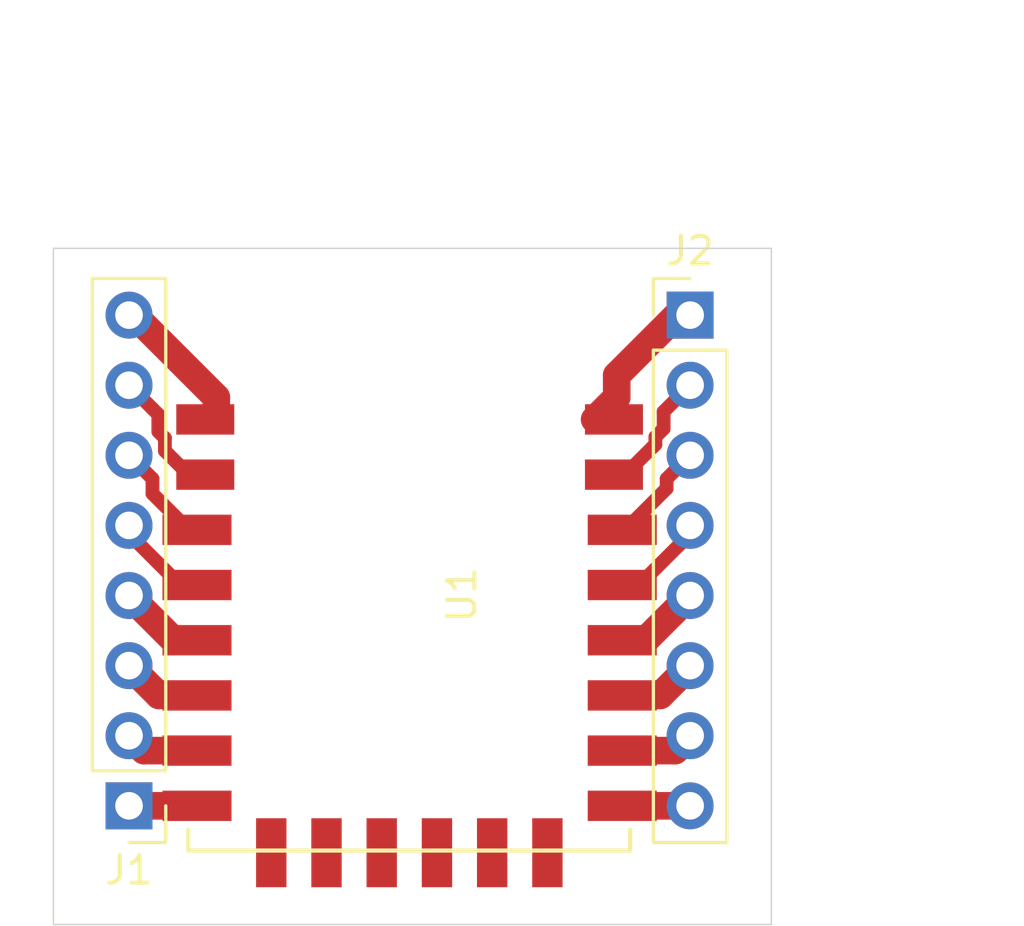
<source format=kicad_pcb>
(kicad_pcb (version 20171130) (host pcbnew "(5.1.2)-1")

  (general
    (thickness 1.6)
    (drawings 7)
    (tracks 50)
    (zones 0)
    (modules 3)
    (nets 23)
  )

  (page A4 portrait)
  (layers
    (0 F.Cu signal)
    (31 B.Cu signal)
    (32 B.Adhes user)
    (33 F.Adhes user)
    (34 B.Paste user)
    (35 F.Paste user)
    (36 B.SilkS user)
    (37 F.SilkS user hide)
    (38 B.Mask user)
    (39 F.Mask user)
    (40 Dwgs.User user)
    (41 Cmts.User user)
    (42 Eco1.User user)
    (43 Eco2.User user)
    (44 Edge.Cuts user)
    (45 Margin user)
    (46 B.CrtYd user)
    (47 F.CrtYd user)
    (48 B.Fab user)
    (49 F.Fab user)
  )

  (setup
    (last_trace_width 1)
    (user_trace_width 0.5)
    (user_trace_width 1)
    (user_trace_width 2)
    (trace_clearance 0.2)
    (zone_clearance 0.508)
    (zone_45_only no)
    (trace_min 0.2)
    (via_size 0.8)
    (via_drill 0.4)
    (via_min_size 0.4)
    (via_min_drill 0.3)
    (uvia_size 0.3)
    (uvia_drill 0.1)
    (uvias_allowed no)
    (uvia_min_size 0.2)
    (uvia_min_drill 0.1)
    (edge_width 0.05)
    (segment_width 0.2)
    (pcb_text_width 0.3)
    (pcb_text_size 1.5 1.5)
    (mod_edge_width 0.12)
    (mod_text_size 1 1)
    (mod_text_width 0.15)
    (pad_size 2.1 1.1)
    (pad_drill 0)
    (pad_to_mask_clearance 0.051)
    (solder_mask_min_width 0.25)
    (aux_axis_origin 0 0)
    (visible_elements FFFFFF7F)
    (pcbplotparams
      (layerselection 0x010fc_ffffffff)
      (usegerberextensions false)
      (usegerberattributes false)
      (usegerberadvancedattributes false)
      (creategerberjobfile false)
      (excludeedgelayer true)
      (linewidth 0.100000)
      (plotframeref false)
      (viasonmask false)
      (mode 1)
      (useauxorigin false)
      (hpglpennumber 1)
      (hpglpenspeed 20)
      (hpglpendiameter 15.000000)
      (psnegative false)
      (psa4output false)
      (plotreference true)
      (plotvalue true)
      (plotinvisibletext false)
      (padsonsilk false)
      (subtractmaskfromsilk false)
      (outputformat 1)
      (mirror false)
      (drillshape 1)
      (scaleselection 1)
      (outputdirectory ""))
  )

  (net 0 "")
  (net 1 "Net-(J1-Pad1)")
  (net 2 "Net-(J1-Pad2)")
  (net 3 "Net-(J1-Pad3)")
  (net 4 "Net-(J1-Pad4)")
  (net 5 "Net-(J1-Pad5)")
  (net 6 "Net-(J1-Pad6)")
  (net 7 "Net-(J1-Pad7)")
  (net 8 "Net-(J1-Pad8)")
  (net 9 "Net-(J2-Pad1)")
  (net 10 "Net-(J2-Pad2)")
  (net 11 "Net-(J2-Pad3)")
  (net 12 "Net-(J2-Pad4)")
  (net 13 "Net-(J2-Pad5)")
  (net 14 "Net-(J2-Pad6)")
  (net 15 "Net-(J2-Pad7)")
  (net 16 "Net-(J2-Pad8)")
  (net 17 "Net-(U1-Pad22)")
  (net 18 "Net-(U1-Pad21)")
  (net 19 "Net-(U1-Pad20)")
  (net 20 "Net-(U1-Pad19)")
  (net 21 "Net-(U1-Pad18)")
  (net 22 "Net-(U1-Pad17)")

  (net_class Default "This is the default net class."
    (clearance 0.2)
    (trace_width 0.25)
    (via_dia 0.8)
    (via_drill 0.4)
    (uvia_dia 0.3)
    (uvia_drill 0.1)
    (add_net "Net-(J1-Pad1)")
    (add_net "Net-(J1-Pad2)")
    (add_net "Net-(J1-Pad3)")
    (add_net "Net-(J1-Pad4)")
    (add_net "Net-(J1-Pad5)")
    (add_net "Net-(J1-Pad6)")
    (add_net "Net-(J1-Pad7)")
    (add_net "Net-(J1-Pad8)")
    (add_net "Net-(J2-Pad1)")
    (add_net "Net-(J2-Pad2)")
    (add_net "Net-(J2-Pad3)")
    (add_net "Net-(J2-Pad4)")
    (add_net "Net-(J2-Pad5)")
    (add_net "Net-(J2-Pad6)")
    (add_net "Net-(J2-Pad7)")
    (add_net "Net-(J2-Pad8)")
    (add_net "Net-(U1-Pad17)")
    (add_net "Net-(U1-Pad18)")
    (add_net "Net-(U1-Pad19)")
    (add_net "Net-(U1-Pad20)")
    (add_net "Net-(U1-Pad21)")
    (add_net "Net-(U1-Pad22)")
  )

  (module ESP8266:ESP-12E_SMD (layer F.Cu) (tedit 5D7FD841) (tstamp 5D7FD9D0)
    (at 19.4 23.2)
    (descr "Module, ESP-8266, ESP-12, 16 pad, SMD")
    (tags "Module ESP-8266 ESP8266")
    (path /5D80306D)
    (fp_text reference U1 (at 8.89 6.35 90) (layer F.SilkS)
      (effects (font (size 1 1) (thickness 0.15)))
    )
    (fp_text value ESP-12E (at 5.08 6.35 90) (layer F.Fab) hide
      (effects (font (size 1 1) (thickness 0.15)))
    )
    (fp_line (start -1.008 -8.4) (end 14.992 -8.4) (layer F.Fab) (width 0.05))
    (fp_line (start -1.008 15.6) (end -1.008 -8.4) (layer F.Fab) (width 0.05))
    (fp_line (start 14.992 15.6) (end -1.008 15.6) (layer F.Fab) (width 0.05))
    (fp_line (start 15 -8.4) (end 15 15.6) (layer F.Fab) (width 0.05))
    (fp_line (start -1.008 -2.6) (end 14.992 -2.6) (layer F.CrtYd) (width 0.1524))
    (fp_text user "No Copper" (at 6.892 -5.4) (layer F.CrtYd)
      (effects (font (size 1 1) (thickness 0.15)))
    )
    (fp_line (start -1.008 -8.4) (end 14.992 -2.6) (layer F.CrtYd) (width 0.1524))
    (fp_line (start 14.992 -8.4) (end -1.008 -2.6) (layer F.CrtYd) (width 0.1524))
    (fp_line (start 14.986 15.621) (end 14.986 14.859) (layer F.SilkS) (width 0.1524))
    (fp_line (start -1.016 15.621) (end 14.986 15.621) (layer F.SilkS) (width 0.1524))
    (fp_line (start -1.016 14.859) (end -1.016 15.621) (layer F.SilkS) (width 0.1524))
    (fp_line (start -1.016 -8.382) (end -1.016 -1.016) (layer F.CrtYd) (width 0.1524))
    (fp_line (start 14.986 -8.382) (end 14.986 -0.889) (layer F.CrtYd) (width 0.1524))
    (fp_line (start -1.016 -8.382) (end 14.986 -8.382) (layer F.CrtYd) (width 0.1524))
    (fp_line (start -2.25 16) (end -2.25 -0.5) (layer F.CrtYd) (width 0.05))
    (fp_line (start 16.25 16) (end -2.25 16) (layer F.CrtYd) (width 0.05))
    (fp_line (start 16.25 -8.75) (end 16.25 16) (layer F.CrtYd) (width 0.05))
    (fp_line (start 15.25 -8.75) (end 16.25 -8.75) (layer F.CrtYd) (width 0.05))
    (fp_line (start -2.25 -8.75) (end 15.25 -8.75) (layer F.CrtYd) (width 0.05))
    (fp_line (start -2.25 -0.5) (end -2.25 -8.75) (layer F.CrtYd) (width 0.05))
    (pad 22 smd rect (at 11.99 15 90) (size 2.5 1.1) (drill (offset -0.7 0)) (layers F.Cu F.Paste F.Mask)
      (net 17 "Net-(U1-Pad22)"))
    (pad 21 smd rect (at 9.99 15 90) (size 2.5 1.1) (drill (offset -0.7 0)) (layers F.Cu F.Paste F.Mask)
      (net 18 "Net-(U1-Pad21)"))
    (pad 20 smd rect (at 7.99 15 90) (size 2.5 1.1) (drill (offset -0.7 0)) (layers F.Cu F.Paste F.Mask)
      (net 19 "Net-(U1-Pad20)"))
    (pad 19 smd rect (at 5.99 15 90) (size 2.5 1.1) (drill (offset -0.7 0)) (layers F.Cu F.Paste F.Mask)
      (net 20 "Net-(U1-Pad19)"))
    (pad 18 smd rect (at 3.99 15 90) (size 2.5 1.1) (drill (offset -0.7 0)) (layers F.Cu F.Paste F.Mask)
      (net 21 "Net-(U1-Pad18)"))
    (pad 17 smd rect (at 1.99 15 90) (size 2.5 1.1) (drill (offset -0.7 0)) (layers F.Cu F.Paste F.Mask)
      (net 22 "Net-(U1-Pad17)"))
    (pad 16 smd rect (at 13.7 0) (size 2.1 1.1) (drill (offset 0.7 0)) (layers F.Cu F.Paste F.Mask)
      (net 9 "Net-(J2-Pad1)"))
    (pad 15 smd rect (at 13.7 2) (size 2.1 1.1) (drill (offset 0.7 0)) (layers F.Cu F.Paste F.Mask)
      (net 10 "Net-(J2-Pad2)"))
    (pad 14 smd rect (at 14 4) (size 2.5 1.1) (drill (offset 0.7 0)) (layers F.Cu F.Paste F.Mask)
      (net 11 "Net-(J2-Pad3)"))
    (pad 13 smd rect (at 14 6) (size 2.5 1.1) (drill (offset 0.7 0)) (layers F.Cu F.Paste F.Mask)
      (net 12 "Net-(J2-Pad4)"))
    (pad 12 smd rect (at 14 8) (size 2.5 1.1) (drill (offset 0.7 0)) (layers F.Cu F.Paste F.Mask)
      (net 13 "Net-(J2-Pad5)"))
    (pad 11 smd rect (at 14 10) (size 2.5 1.1) (drill (offset 0.7 0)) (layers F.Cu F.Paste F.Mask)
      (net 14 "Net-(J2-Pad6)"))
    (pad 10 smd rect (at 14 12) (size 2.5 1.1) (drill (offset 0.7 0)) (layers F.Cu F.Paste F.Mask)
      (net 15 "Net-(J2-Pad7)"))
    (pad 9 smd rect (at 14 14) (size 2.5 1.1) (drill (offset 0.7 0)) (layers F.Cu F.Paste F.Mask)
      (net 16 "Net-(J2-Pad8)"))
    (pad 8 smd rect (at 0 14) (size 2.5 1.1) (drill (offset -0.7 0)) (layers F.Cu F.Paste F.Mask)
      (net 1 "Net-(J1-Pad1)"))
    (pad 7 smd rect (at 0 12) (size 2.5 1.1) (drill (offset -0.7 0)) (layers F.Cu F.Paste F.Mask)
      (net 2 "Net-(J1-Pad2)"))
    (pad 6 smd rect (at 0 10) (size 2.5 1.1) (drill (offset -0.7 0)) (layers F.Cu F.Paste F.Mask)
      (net 3 "Net-(J1-Pad3)"))
    (pad 5 smd rect (at 0 8) (size 2.5 1.1) (drill (offset -0.7 0)) (layers F.Cu F.Paste F.Mask)
      (net 4 "Net-(J1-Pad4)"))
    (pad 4 smd rect (at 0 6) (size 2.5 1.1) (drill (offset -0.7 0)) (layers F.Cu F.Paste F.Mask)
      (net 5 "Net-(J1-Pad5)"))
    (pad 3 smd rect (at 0 4) (size 2.5 1.1) (drill (offset -0.7 0)) (layers F.Cu F.Paste F.Mask)
      (net 6 "Net-(J1-Pad6)"))
    (pad 2 smd rect (at 0.3 2) (size 2.1 1.1) (drill (offset -0.7 0)) (layers F.Cu F.Paste F.Mask)
      (net 7 "Net-(J1-Pad7)"))
    (pad 1 smd rect (at 0.3 0) (size 2.1 1.1) (drill (offset -0.7 0)) (layers F.Cu F.Paste F.Mask)
      (net 8 "Net-(J1-Pad8)"))
    (model c:/Users/tomis/Documents/KiCad/kicad-ESP8266/ESP8266.3dshapes/ESP-12-E-better.wrl
      (at (xyz 0 0 0))
      (scale (xyz 1 1 1))
      (rotate (xyz 0 0 0))
    )
  )

  (module Pin_Headers:Pin_Header_Straight_1x08_Pitch2.54mm (layer F.Cu) (tedit 59650532) (tstamp 5D7FD412)
    (at 36.5584 19.42)
    (descr "Through hole straight pin header, 1x08, 2.54mm pitch, single row")
    (tags "Through hole pin header THT 1x08 2.54mm single row")
    (path /5D8069E3)
    (fp_text reference J2 (at 0 -2.33) (layer F.SilkS)
      (effects (font (size 1 1) (thickness 0.15)))
    )
    (fp_text value Conn_01x08 (at 0 20.11) (layer F.Fab)
      (effects (font (size 1 1) (thickness 0.15)))
    )
    (fp_line (start -0.635 -1.27) (end 1.27 -1.27) (layer F.Fab) (width 0.1))
    (fp_line (start 1.27 -1.27) (end 1.27 19.05) (layer F.Fab) (width 0.1))
    (fp_line (start 1.27 19.05) (end -1.27 19.05) (layer F.Fab) (width 0.1))
    (fp_line (start -1.27 19.05) (end -1.27 -0.635) (layer F.Fab) (width 0.1))
    (fp_line (start -1.27 -0.635) (end -0.635 -1.27) (layer F.Fab) (width 0.1))
    (fp_line (start -1.33 19.11) (end 1.33 19.11) (layer F.SilkS) (width 0.12))
    (fp_line (start -1.33 1.27) (end -1.33 19.11) (layer F.SilkS) (width 0.12))
    (fp_line (start 1.33 1.27) (end 1.33 19.11) (layer F.SilkS) (width 0.12))
    (fp_line (start -1.33 1.27) (end 1.33 1.27) (layer F.SilkS) (width 0.12))
    (fp_line (start -1.33 0) (end -1.33 -1.33) (layer F.SilkS) (width 0.12))
    (fp_line (start -1.33 -1.33) (end 0 -1.33) (layer F.SilkS) (width 0.12))
    (fp_line (start -1.8 -1.8) (end -1.8 19.55) (layer F.CrtYd) (width 0.05))
    (fp_line (start -1.8 19.55) (end 1.8 19.55) (layer F.CrtYd) (width 0.05))
    (fp_line (start 1.8 19.55) (end 1.8 -1.8) (layer F.CrtYd) (width 0.05))
    (fp_line (start 1.8 -1.8) (end -1.8 -1.8) (layer F.CrtYd) (width 0.05))
    (fp_text user %R (at 0 8.89 90) (layer F.Fab)
      (effects (font (size 1 1) (thickness 0.15)))
    )
    (pad 1 thru_hole rect (at 0 0) (size 1.7 1.7) (drill 1) (layers *.Cu *.Mask)
      (net 9 "Net-(J2-Pad1)"))
    (pad 2 thru_hole oval (at 0 2.54) (size 1.7 1.7) (drill 1) (layers *.Cu *.Mask)
      (net 10 "Net-(J2-Pad2)"))
    (pad 3 thru_hole oval (at 0 5.08) (size 1.7 1.7) (drill 1) (layers *.Cu *.Mask)
      (net 11 "Net-(J2-Pad3)"))
    (pad 4 thru_hole oval (at 0 7.62) (size 1.7 1.7) (drill 1) (layers *.Cu *.Mask)
      (net 12 "Net-(J2-Pad4)"))
    (pad 5 thru_hole oval (at 0 10.16) (size 1.7 1.7) (drill 1) (layers *.Cu *.Mask)
      (net 13 "Net-(J2-Pad5)"))
    (pad 6 thru_hole oval (at 0 12.7) (size 1.7 1.7) (drill 1) (layers *.Cu *.Mask)
      (net 14 "Net-(J2-Pad6)"))
    (pad 7 thru_hole oval (at 0 15.24) (size 1.7 1.7) (drill 1) (layers *.Cu *.Mask)
      (net 15 "Net-(J2-Pad7)"))
    (pad 8 thru_hole oval (at 0 17.78) (size 1.7 1.7) (drill 1) (layers *.Cu *.Mask)
      (net 16 "Net-(J2-Pad8)"))
    (model ${KISYS3DMOD}/Pin_Headers.3dshapes/Pin_Header_Straight_1x08_Pitch2.54mm.wrl
      (at (xyz 0 0 0))
      (scale (xyz 1 1 1))
      (rotate (xyz 0 0 0))
    )
  )

  (module Pin_Headers:Pin_Header_Straight_1x08_Pitch2.54mm (layer F.Cu) (tedit 59650532) (tstamp 5D7FD40F)
    (at 16.2384 37.2 180)
    (descr "Through hole straight pin header, 1x08, 2.54mm pitch, single row")
    (tags "Through hole pin header THT 1x08 2.54mm single row")
    (path /5D80151A)
    (fp_text reference J1 (at 0 -2.33) (layer F.SilkS)
      (effects (font (size 1 1) (thickness 0.15)))
    )
    (fp_text value Conn_01x08 (at 0 20.11) (layer F.Fab)
      (effects (font (size 1 1) (thickness 0.15)))
    )
    (fp_line (start -0.635 -1.27) (end 1.27 -1.27) (layer F.Fab) (width 0.1))
    (fp_line (start 1.27 -1.27) (end 1.27 19.05) (layer F.Fab) (width 0.1))
    (fp_line (start 1.27 19.05) (end -1.27 19.05) (layer F.Fab) (width 0.1))
    (fp_line (start -1.27 19.05) (end -1.27 -0.635) (layer F.Fab) (width 0.1))
    (fp_line (start -1.27 -0.635) (end -0.635 -1.27) (layer F.Fab) (width 0.1))
    (fp_line (start -1.33 19.11) (end 1.33 19.11) (layer F.SilkS) (width 0.12))
    (fp_line (start -1.33 1.27) (end -1.33 19.11) (layer F.SilkS) (width 0.12))
    (fp_line (start 1.33 1.27) (end 1.33 19.11) (layer F.SilkS) (width 0.12))
    (fp_line (start -1.33 1.27) (end 1.33 1.27) (layer F.SilkS) (width 0.12))
    (fp_line (start -1.33 0) (end -1.33 -1.33) (layer F.SilkS) (width 0.12))
    (fp_line (start -1.33 -1.33) (end 0 -1.33) (layer F.SilkS) (width 0.12))
    (fp_line (start -1.8 -1.8) (end -1.8 19.55) (layer F.CrtYd) (width 0.05))
    (fp_line (start -1.8 19.55) (end 1.8 19.55) (layer F.CrtYd) (width 0.05))
    (fp_line (start 1.8 19.55) (end 1.8 -1.8) (layer F.CrtYd) (width 0.05))
    (fp_line (start 1.8 -1.8) (end -1.8 -1.8) (layer F.CrtYd) (width 0.05))
    (fp_text user %R (at 0 8.89 90) (layer F.Fab)
      (effects (font (size 1 1) (thickness 0.15)))
    )
    (pad 1 thru_hole rect (at 0 0 180) (size 1.7 1.7) (drill 1) (layers *.Cu *.Mask)
      (net 1 "Net-(J1-Pad1)"))
    (pad 2 thru_hole oval (at 0 2.54 180) (size 1.7 1.7) (drill 1) (layers *.Cu *.Mask)
      (net 2 "Net-(J1-Pad2)"))
    (pad 3 thru_hole oval (at 0 5.08 180) (size 1.7 1.7) (drill 1) (layers *.Cu *.Mask)
      (net 3 "Net-(J1-Pad3)"))
    (pad 4 thru_hole oval (at 0 7.62 180) (size 1.7 1.7) (drill 1) (layers *.Cu *.Mask)
      (net 4 "Net-(J1-Pad4)"))
    (pad 5 thru_hole oval (at 0 10.16 180) (size 1.7 1.7) (drill 1) (layers *.Cu *.Mask)
      (net 5 "Net-(J1-Pad5)"))
    (pad 6 thru_hole oval (at 0 12.7 180) (size 1.7 1.7) (drill 1) (layers *.Cu *.Mask)
      (net 6 "Net-(J1-Pad6)"))
    (pad 7 thru_hole oval (at 0 15.24 180) (size 1.7 1.7) (drill 1) (layers *.Cu *.Mask)
      (net 7 "Net-(J1-Pad7)"))
    (pad 8 thru_hole oval (at 0 17.78 180) (size 1.7 1.7) (drill 1) (layers *.Cu *.Mask)
      (net 8 "Net-(J1-Pad8)"))
    (model ${KISYS3DMOD}/Pin_Headers.3dshapes/Pin_Header_Straight_1x08_Pitch2.54mm.wrl
      (at (xyz 0 0 0))
      (scale (xyz 1 1 1))
      (rotate (xyz 0 0 0))
    )
  )

  (dimension 24.5 (width 0.15) (layer Dwgs.User)
    (gr_text "24,500 mm" (at 47.3 29.25 270) (layer Dwgs.User)
      (effects (font (size 1 1) (thickness 0.15)))
    )
    (feature1 (pts (xy 39.5 41.5) (xy 46.586421 41.5)))
    (feature2 (pts (xy 39.5 17) (xy 46.586421 17)))
    (crossbar (pts (xy 46 17) (xy 46 41.5)))
    (arrow1a (pts (xy 46 41.5) (xy 45.413579 40.373496)))
    (arrow1b (pts (xy 46 41.5) (xy 46.586421 40.373496)))
    (arrow2a (pts (xy 46 17) (xy 45.413579 18.126504)))
    (arrow2b (pts (xy 46 17) (xy 46.586421 18.126504)))
  )
  (dimension 26 (width 0.15) (layer Dwgs.User)
    (gr_text "26,000 mm" (at 26.5 8.7) (layer Dwgs.User)
      (effects (font (size 1 1) (thickness 0.15)))
    )
    (feature1 (pts (xy 39.5 17) (xy 39.5 9.413579)))
    (feature2 (pts (xy 13.5 17) (xy 13.5 9.413579)))
    (crossbar (pts (xy 13.5 10) (xy 39.5 10)))
    (arrow1a (pts (xy 39.5 10) (xy 38.373496 10.586421)))
    (arrow1b (pts (xy 39.5 10) (xy 38.373496 9.413579)))
    (arrow2a (pts (xy 13.5 10) (xy 14.626504 10.586421)))
    (arrow2b (pts (xy 13.5 10) (xy 14.626504 9.413579)))
  )
  (gr_line (start 13.5 17) (end 13.5 17.5) (layer Edge.Cuts) (width 0.05) (tstamp 5D7FEB30))
  (gr_line (start 39.5 17) (end 13.5 17) (layer Edge.Cuts) (width 0.05))
  (gr_line (start 39.5 41.5) (end 39.5 17) (layer Edge.Cuts) (width 0.05))
  (gr_line (start 13.5 41.5) (end 39.5 41.5) (layer Edge.Cuts) (width 0.05))
  (gr_line (start 13.5 17.5) (end 13.5 41.5) (layer Edge.Cuts) (width 0.05))

  (segment (start 19.4 37.2) (end 16.2384 37.2) (width 1) (layer F.Cu) (net 1))
  (segment (start 19.4 35.2) (end 16.7784 35.2) (width 1) (layer F.Cu) (net 2))
  (segment (start 16.7784 35.2) (end 16.2384 34.66) (width 1) (layer F.Cu) (net 2))
  (segment (start 17.3184 33.2) (end 16.2384 32.12) (width 1) (layer F.Cu) (net 3))
  (segment (start 19.4 33.2) (end 17.3184 33.2) (width 1) (layer F.Cu) (net 3))
  (segment (start 17.8584 31.2) (end 16.2384 29.58) (width 1) (layer F.Cu) (net 4))
  (segment (start 19.4 31.2) (end 17.8584 31.2) (width 1) (layer F.Cu) (net 4))
  (segment (start 18.089998 29.2) (end 16.2384 27.348402) (width 0.5) (layer F.Cu) (net 5))
  (segment (start 16.2384 27.348402) (end 16.2384 27.04) (width 0.5) (layer F.Cu) (net 5))
  (segment (start 19.4 29.2) (end 18.089998 29.2) (width 0.5) (layer F.Cu) (net 5))
  (segment (start 18.4 27.2) (end 17.088399 25.888399) (width 0.5) (layer F.Cu) (net 6))
  (segment (start 17.088399 25.888399) (end 17.088399 25.349999) (width 0.5) (layer F.Cu) (net 6))
  (segment (start 17.088399 25.349999) (end 16.2384 24.5) (width 0.5) (layer F.Cu) (net 6))
  (segment (start 19.4 27.2) (end 18.4 27.2) (width 0.5) (layer F.Cu) (net 6))
  (segment (start 17.088399 22.809999) (end 16.2384 21.96) (width 0.5) (layer F.Cu) (net 7))
  (segment (start 17.538401 24.338401) (end 17.538401 23.875999) (width 0.5) (layer F.Cu) (net 7))
  (segment (start 17.3 23.0216) (end 17.088399 22.809999) (width 0.5) (layer F.Cu) (net 7))
  (segment (start 17.3 23.637598) (end 17.3 23.0216) (width 0.5) (layer F.Cu) (net 7))
  (segment (start 17.538401 23.875999) (end 17.3 23.637598) (width 0.5) (layer F.Cu) (net 7))
  (segment (start 19.8 25.2) (end 18.4 25.2) (width 0.5) (layer F.Cu) (net 7))
  (segment (start 18.4 25.2) (end 17.538401 24.338401) (width 0.5) (layer F.Cu) (net 7))
  (segment (start 19.4 22.4) (end 19.4 23.2) (width 1) (layer F.Cu) (net 8))
  (segment (start 16.2384 19.42) (end 16.42 19.42) (width 1) (layer F.Cu) (net 8))
  (segment (start 16.42 19.42) (end 19.4 22.4) (width 1) (layer F.Cu) (net 8))
  (segment (start 33.9 22.4) (end 33.1 23.2) (width 1) (layer F.Cu) (net 9))
  (segment (start 33.9 21.6) (end 33.9 22.4) (width 1) (layer F.Cu) (net 9))
  (segment (start 36.5584 19.42) (end 36.08 19.42) (width 1) (layer F.Cu) (net 9))
  (segment (start 36.08 19.42) (end 33.9 21.6) (width 1) (layer F.Cu) (net 9))
  (segment (start 35.300001 23.834397) (end 35.6 23.534398) (width 0.5) (layer F.Cu) (net 10))
  (segment (start 35.6 22.9184) (end 36.5584 21.96) (width 0.5) (layer F.Cu) (net 10))
  (segment (start 35.300001 24.110001) (end 35.300001 23.834397) (width 0.5) (layer F.Cu) (net 10))
  (segment (start 35.210001 24.200001) (end 35.300001 24.110001) (width 0.5) (layer F.Cu) (net 10))
  (segment (start 35.199999 24.200001) (end 35.210001 24.200001) (width 0.5) (layer F.Cu) (net 10))
  (segment (start 34.2 25.2) (end 35.199999 24.200001) (width 0.5) (layer F.Cu) (net 10))
  (segment (start 35.6 23.534398) (end 35.6 22.9184) (width 0.5) (layer F.Cu) (net 10))
  (segment (start 33.1 25.2) (end 34.2 25.2) (width 0.5) (layer F.Cu) (net 10))
  (segment (start 33.4 27.2) (end 34.210002 27.2) (width 0.5) (layer F.Cu) (net 11))
  (segment (start 35.708401 25.701601) (end 35.708401 25.349999) (width 0.5) (layer F.Cu) (net 11))
  (segment (start 35.708401 25.349999) (end 36.5584 24.5) (width 0.5) (layer F.Cu) (net 11))
  (segment (start 34.210002 27.2) (end 35.708401 25.701601) (width 0.5) (layer F.Cu) (net 11))
  (segment (start 36.5584 27.04) (end 36.5584 27.351602) (width 0.5) (layer F.Cu) (net 12))
  (segment (start 34.710002 29.2) (end 33.4 29.2) (width 0.5) (layer F.Cu) (net 12))
  (segment (start 36.5584 27.351602) (end 34.710002 29.2) (width 0.5) (layer F.Cu) (net 12))
  (segment (start 33.4 31.2) (end 34.9384 31.2) (width 1) (layer F.Cu) (net 13))
  (segment (start 34.9384 31.2) (end 36.5584 29.58) (width 1) (layer F.Cu) (net 13))
  (segment (start 33.4 33.2) (end 35.4784 33.2) (width 1) (layer F.Cu) (net 14))
  (segment (start 35.4784 33.2) (end 36.5584 32.12) (width 1) (layer F.Cu) (net 14))
  (segment (start 33.4 35.2) (end 36.0184 35.2) (width 1) (layer F.Cu) (net 15))
  (segment (start 36.0184 35.2) (end 36.5584 34.66) (width 1) (layer F.Cu) (net 15))
  (segment (start 33.4 37.2) (end 36.5584 37.2) (width 1) (layer F.Cu) (net 16))

)

</source>
